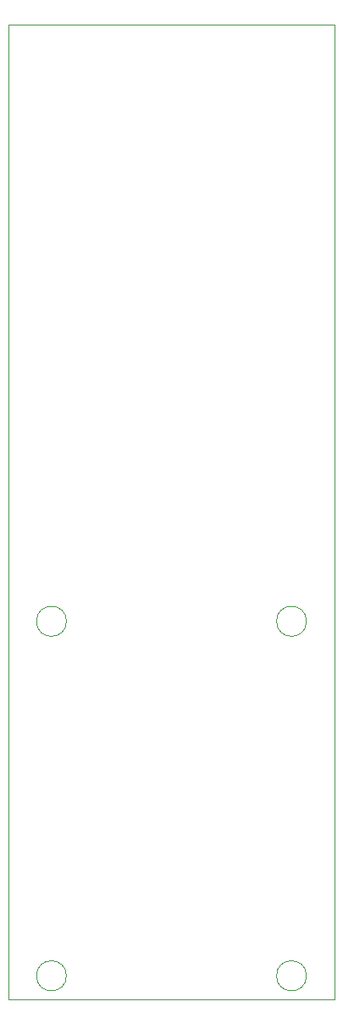
<source format=gbr>
%TF.GenerationSoftware,KiCad,Pcbnew,8.0.8*%
%TF.CreationDate,2025-06-10T17:11:55-04:00*%
%TF.ProjectId,V0.5.0,56302e35-2e30-42e6-9b69-6361645f7063,rev?*%
%TF.SameCoordinates,Original*%
%TF.FileFunction,Profile,NP*%
%FSLAX46Y46*%
G04 Gerber Fmt 4.6, Leading zero omitted, Abs format (unit mm)*
G04 Created by KiCad (PCBNEW 8.0.8) date 2025-06-10 17:11:55*
%MOMM*%
%LPD*%
G01*
G04 APERTURE LIST*
%TA.AperFunction,Profile*%
%ADD10C,0.050000*%
%TD*%
G04 APERTURE END LIST*
D10*
X97200000Y-124200000D02*
X129800000Y-124200000D01*
X103000000Y-86500000D02*
G75*
G02*
X100000000Y-86500000I-1500000J0D01*
G01*
X100000000Y-86500000D02*
G75*
G02*
X103000000Y-86500000I1500000J0D01*
G01*
X103000000Y-121850000D02*
G75*
G02*
X100000000Y-121850000I-1500000J0D01*
G01*
X100000000Y-121850000D02*
G75*
G02*
X103000000Y-121850000I1500000J0D01*
G01*
X127000000Y-121850000D02*
G75*
G02*
X124000000Y-121850000I-1500000J0D01*
G01*
X124000000Y-121850000D02*
G75*
G02*
X127000000Y-121850000I1500000J0D01*
G01*
X97200000Y-29800000D02*
X97200000Y-124200000D01*
X129800000Y-29800000D02*
X129800000Y-124200000D01*
X127000000Y-86500000D02*
G75*
G02*
X124000000Y-86500000I-1500000J0D01*
G01*
X124000000Y-86500000D02*
G75*
G02*
X127000000Y-86500000I1500000J0D01*
G01*
X97200000Y-27000000D02*
X97200000Y-29800000D01*
X129800000Y-27000000D02*
X97200000Y-27000000D01*
X129800000Y-29800000D02*
X129800000Y-27000000D01*
M02*

</source>
